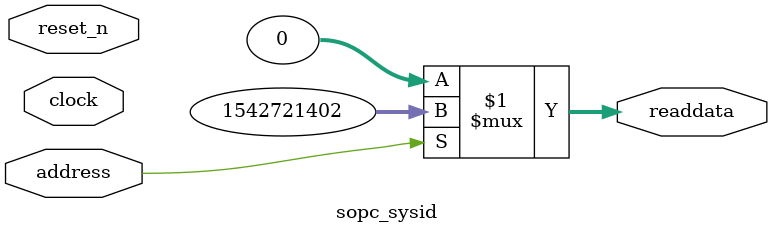
<source format=v>

`timescale 1ns / 1ps
// synthesis translate_on

// turn off superfluous verilog processor warnings 
// altera message_level Level1 
// altera message_off 10034 10035 10036 10037 10230 10240 10030 

module sopc_sysid (
               // inputs:
                address,
                clock,
                reset_n,

               // outputs:
                readdata
             )
;

  output  [ 31: 0] readdata;
  input            address;
  input            clock;
  input            reset_n;

  wire    [ 31: 0] readdata;
  //control_slave, which is an e_avalon_slave
  assign readdata = address ? 1542721402 : 0;

endmodule




</source>
